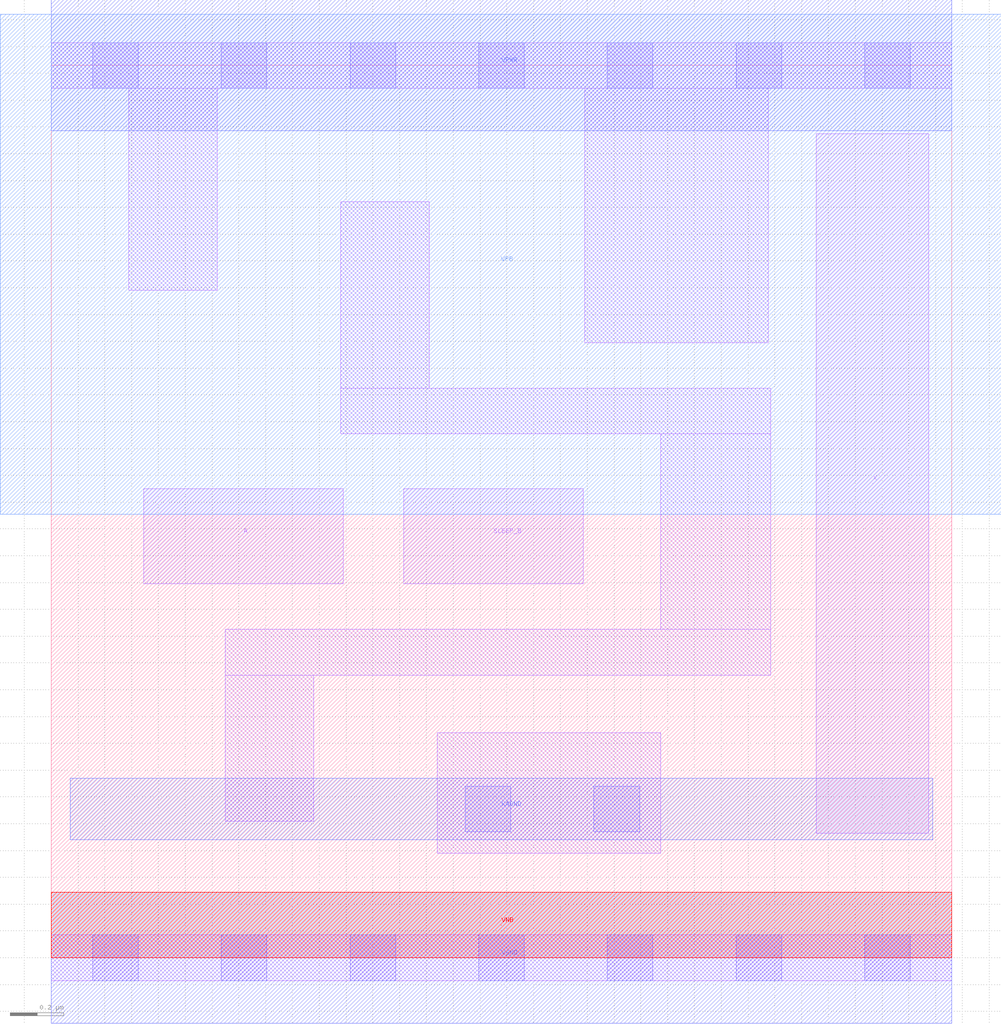
<source format=lef>
# Copyright 2020 The SkyWater PDK Authors
#
# Licensed under the Apache License, Version 2.0 (the "License");
# you may not use this file except in compliance with the License.
# You may obtain a copy of the License at
#
#     https://www.apache.org/licenses/LICENSE-2.0
#
# Unless required by applicable law or agreed to in writing, software
# distributed under the License is distributed on an "AS IS" BASIS,
# WITHOUT WARRANTIES OR CONDITIONS OF ANY KIND, either express or implied.
# See the License for the specific language governing permissions and
# limitations under the License.
#
# SPDX-License-Identifier: Apache-2.0

VERSION 5.7 ;
  NOWIREEXTENSIONATPIN ON ;
  DIVIDERCHAR "/" ;
  BUSBITCHARS "[]" ;
MACRO sky130_fd_sc_lp__iso0n_lp
  CLASS CORE ;
  FOREIGN sky130_fd_sc_lp__iso0n_lp ;
  ORIGIN  0.000000  0.000000 ;
  SIZE  3.360000 BY  3.330000 ;
  SYMMETRY X Y R90 ;
  SITE unit ;
  PIN A
    ANTENNAGATEAREA  0.189000 ;
    DIRECTION INPUT ;
    USE SIGNAL ;
    PORT
      LAYER li1 ;
        RECT 0.345000 1.395000 1.090000 1.750000 ;
    END
  END A
  PIN SLEEP_B
    ANTENNAGATEAREA  0.189000 ;
    DIRECTION INPUT ;
    USE SIGNAL ;
    PORT
      LAYER li1 ;
        RECT 1.315000 1.395000 1.985000 1.750000 ;
    END
  END SLEEP_B
  PIN X
    ANTENNADIFFAREA  0.445200 ;
    DIRECTION OUTPUT ;
    USE SIGNAL ;
    PORT
      LAYER li1 ;
        RECT 2.855000 0.465000 3.275000 3.075000 ;
    END
  END X
  PIN KAGND
    DIRECTION INPUT ;
    USE GROUND ;
    PORT
      LAYER met1 ;
        RECT 0.070000 0.440000 3.290000 0.670000 ;
    END
  END KAGND
  PIN VGND
    DIRECTION INOUT ;
    USE GROUND ;
    PORT
      LAYER met1 ;
        RECT 0.000000 -0.245000 3.360000 0.245000 ;
    END
  END VGND
  PIN VNB
    DIRECTION INOUT ;
    USE GROUND ;
    PORT
      LAYER pwell ;
        RECT 0.000000 0.000000 3.360000 0.245000 ;
    END
  END VNB
  PIN VPB
    DIRECTION INOUT ;
    USE POWER ;
    PORT
      LAYER nwell ;
        RECT -0.190000 1.655000 3.545000 3.520000 ;
    END
  END VPB
  PIN VPWR
    DIRECTION INOUT ;
    USE POWER ;
    PORT
      LAYER met1 ;
        RECT 0.000000 3.085000 3.360000 3.575000 ;
    END
  END VPWR
  OBS
    LAYER li1 ;
      RECT 0.000000 -0.085000 3.360000 0.085000 ;
      RECT 0.000000  3.245000 3.360000 3.415000 ;
      RECT 0.290000  2.490000 0.620000 3.245000 ;
      RECT 0.650000  0.510000 0.980000 1.055000 ;
      RECT 0.650000  1.055000 2.685000 1.225000 ;
      RECT 1.080000  1.955000 2.685000 2.125000 ;
      RECT 1.080000  2.125000 1.410000 2.820000 ;
      RECT 1.440000  0.390000 2.275000 0.840000 ;
      RECT 1.990000  2.295000 2.675000 3.245000 ;
      RECT 2.275000  1.225000 2.685000 1.955000 ;
    LAYER mcon ;
      RECT 0.155000 -0.085000 0.325000 0.085000 ;
      RECT 0.155000  3.245000 0.325000 3.415000 ;
      RECT 0.635000 -0.085000 0.805000 0.085000 ;
      RECT 0.635000  3.245000 0.805000 3.415000 ;
      RECT 1.115000 -0.085000 1.285000 0.085000 ;
      RECT 1.115000  3.245000 1.285000 3.415000 ;
      RECT 1.545000  0.470000 1.715000 0.640000 ;
      RECT 1.595000 -0.085000 1.765000 0.085000 ;
      RECT 1.595000  3.245000 1.765000 3.415000 ;
      RECT 2.025000  0.470000 2.195000 0.640000 ;
      RECT 2.075000 -0.085000 2.245000 0.085000 ;
      RECT 2.075000  3.245000 2.245000 3.415000 ;
      RECT 2.555000 -0.085000 2.725000 0.085000 ;
      RECT 2.555000  3.245000 2.725000 3.415000 ;
      RECT 3.035000 -0.085000 3.205000 0.085000 ;
      RECT 3.035000  3.245000 3.205000 3.415000 ;
  END
END sky130_fd_sc_lp__iso0n_lp
END LIBRARY

</source>
